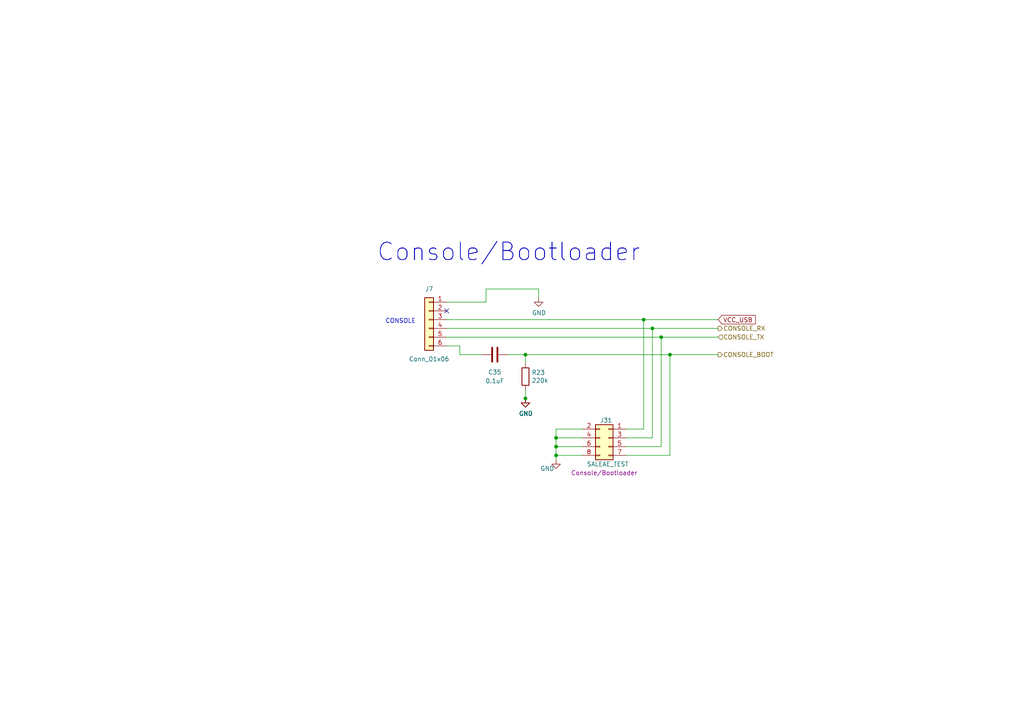
<source format=kicad_sch>
(kicad_sch (version 20211123) (generator eeschema)
  (paper "A4")
  (title_block (title "LCP Controller ") (date "2022-12-19") (rev "0.3") (company "NOAA Pacific Marine Environmental Laboratory") (comment 3 "Current design modified by: Basharat Basharat") (comment 4 "Current design by: Matt Casari") (comment 5 "Current design modified by: Basharat Martin"))
  (lib_symbols
    (symbol "Connector_Generic:Conn_01x06" (pin_names (offset 1.016) hide)
      (property "Reference" "J" (at 0 7.62 0))
      (property "Value" "Conn_01x06" (at 0 -10.16 0))
      (symbol "Conn_01x06_1_1"
        (rectangle (start -1.27 -7.493) (end 0 -7.747) (stroke (width 0.1524)))
        (rectangle (start -1.27 -4.953) (end 0 -5.207) (stroke (width 0.1524)))
        (rectangle (start -1.27 -2.413) (end 0 -2.667) (stroke (width 0.1524)))
        (rectangle (start -1.27 0.127) (end 0 -0.127) (stroke (width 0.1524)))
        (rectangle (start -1.27 2.667) (end 0 2.413) (stroke (width 0.1524)))
        (rectangle (start -1.27 5.207) (end 0 4.953) (stroke (width 0.1524)))
        (rectangle (start -1.27 6.35) (end 1.27 -8.89) (stroke (width 0.254)) (fill (type background)))
        (pin passive line (at -5.08 5.08 0) (length 3.81) (name "Pin_1") (number "1"))
        (pin passive line (at -5.08 2.54 0) (length 3.81) (name "Pin_2") (number "2"))
        (pin passive line (at -5.08 0 0) (length 3.81) (name "Pin_3") (number "3"))
        (pin passive line (at -5.08 -2.54 0) (length 3.81) (name "Pin_4") (number "4"))
        (pin passive line (at -5.08 -5.08 0) (length 3.81) (name "Pin_5") (number "5"))
        (pin passive line (at -5.08 -7.62 0) (length 3.81) (name "Pin_6") (number "6"))
      )
    )
    (symbol "Connector_Generic:Conn_02x04_Odd_Even" (pin_names (offset 1.016) hide)
      (property "Reference" "J" (at 1.27 5.08 0))
      (property "Value" "Conn_02x04_Odd_Even" (at 1.27 -7.62 0))
      (symbol "Conn_02x04_Odd_Even_1_1"
        (rectangle (start -1.27 -4.953) (end 0 -5.207) (stroke (width 0.1524)))
        (rectangle (start -1.27 -2.413) (end 0 -2.667) (stroke (width 0.1524)))
        (rectangle (start -1.27 0.127) (end 0 -0.127) (stroke (width 0.1524)))
        (rectangle (start -1.27 2.667) (end 0 2.413) (stroke (width 0.1524)))
        (rectangle (start -1.27 3.81) (end 3.81 -6.35) (stroke (width 0.254)) (fill (type background)))
        (rectangle (start 3.81 -4.953) (end 2.54 -5.207) (stroke (width 0.1524)))
        (rectangle (start 3.81 -2.413) (end 2.54 -2.667) (stroke (width 0.1524)))
        (rectangle (start 3.81 0.127) (end 2.54 -0.127) (stroke (width 0.1524)))
        (rectangle (start 3.81 2.667) (end 2.54 2.413) (stroke (width 0.1524)))
        (pin passive line (at -5.08 2.54 0) (length 3.81) (name "Pin_1") (number "1"))
        (pin passive line (at 7.62 2.54 180) (length 3.81) (name "Pin_2") (number "2"))
        (pin passive line (at -5.08 0 0) (length 3.81) (name "Pin_3") (number "3"))
        (pin passive line (at 7.62 0 180) (length 3.81) (name "Pin_4") (number "4"))
        (pin passive line (at -5.08 -2.54 0) (length 3.81) (name "Pin_5") (number "5"))
        (pin passive line (at 7.62 -2.54 180) (length 3.81) (name "Pin_6") (number "6"))
        (pin passive line (at -5.08 -5.08 0) (length 3.81) (name "Pin_7") (number "7"))
        (pin passive line (at 7.62 -5.08 180) (length 3.81) (name "Pin_8") (number "8"))
      )
    )
    (symbol "Device:C" (pin_numbers hide) (pin_names (offset 0.254))
      (property "Reference" "C" (at 0.635 2.54 0))
      (property "Value" "C" (at 0.635 -2.54 0))
      (symbol "C_0_1"
        (polyline (pts (xy -2.032 -0.762) (xy 2.032 -0.762)) (stroke (width 0.508)))
        (polyline (pts (xy -2.032 0.762) (xy 2.032 0.762)) (stroke (width 0.508)))
      )
      (symbol "C_1_1"
        (pin passive line (at 0 3.81 270) (length 2.794) (name "~") (number "1"))
        (pin passive line (at 0 -3.81 90) (length 2.794) (name "~") (number "2"))
      )
    )
    (symbol "Device:R" (pin_numbers hide) (pin_names (offset 0))
      (property "Reference" "R" (at 2.032 0 90))
      (property "Value" "R" (at 0 0 90))
      (symbol "R_0_1"
        (rectangle (start -1.016 -2.54) (end 1.016 2.54) (stroke (width 0.254)))
      )
      (symbol "R_1_1"
        (pin passive line (at 0 3.81 270) (length 1.27) (name "~") (number "1"))
        (pin passive line (at 0 -3.81 90) (length 1.27) (name "~") (number "2"))
      )
    )
    (symbol "power:GND" (power) (pin_names (offset 0))
      (property "Value" "GND" (at 0 -3.81 0))
      (symbol "GND_0_1"
        (polyline (pts (xy 0 0) (xy 0 -1.27) (xy 1.27 -1.27) (xy 0 -2.54) (xy -1.27 -1.27) (xy 0 -1.27)))
      )
      (symbol "GND_1_1"
        (pin power_in line (at 0 0 270) (length 0) hide (name "GND") (number "1"))
      )
    )
  )
  (junction (at 161.29 129.54))
  (junction (at 152.4 115.57))
  (junction (at 161.29 127))
  (junction (at 191.77 97.79))
  (junction (at 152.4 102.87))
  (junction (at 194.31 102.87))
  (junction (at 186.69 92.71))
  (junction (at 161.29 132.08))
  (junction (at 189.23 95.25))
  (no_connect (at 129.54 90.17))
  (wire (pts (xy 168.91 132.08) (xy 161.29 132.08)))
  (wire (pts (xy 161.29 124.46) (xy 168.91 124.46)))
  (wire (pts (xy 181.61 127) (xy 189.23 127)))
  (wire (pts (xy 186.69 92.71) (xy 129.54 92.71)))
  (wire (pts (xy 181.61 129.54) (xy 191.77 129.54)))
  (wire (pts (xy 161.29 129.54) (xy 161.29 132.08)))
  (wire (pts (xy 156.21 83.82) (xy 156.21 86.36)))
  (wire (pts (xy 129.54 97.79) (xy 191.77 97.79)))
  (wire (pts (xy 140.97 83.82) (xy 156.21 83.82)))
  (wire (pts (xy 168.91 127) (xy 161.29 127)))
  (wire (pts (xy 147.32 102.87) (xy 152.4 102.87)))
  (wire (pts (xy 194.31 132.08) (xy 194.31 102.87)))
  (wire (pts (xy 161.29 132.08) (xy 161.29 133.35)))
  (wire (pts (xy 181.61 132.08) (xy 194.31 132.08)))
  (wire (pts (xy 168.91 129.54) (xy 161.29 129.54)))
  (wire (pts (xy 152.4 102.87) (xy 194.31 102.87)))
  (wire (pts (xy 133.35 102.87) (xy 139.7 102.87)))
  (wire (pts (xy 208.28 92.71) (xy 186.69 92.71)))
  (wire (pts (xy 191.77 97.79) (xy 191.77 129.54)))
  (wire (pts (xy 152.4 115.57) (xy 152.4 113.03)))
  (wire (pts (xy 129.54 87.63) (xy 140.97 87.63)))
  (wire (pts (xy 189.23 95.25) (xy 189.23 127)))
  (wire (pts (xy 189.23 95.25) (xy 208.28 95.25)))
  (wire (pts (xy 161.29 127) (xy 161.29 124.46)))
  (wire (pts (xy 191.77 97.79) (xy 208.28 97.79)))
  (wire (pts (xy 129.54 100.33) (xy 133.35 100.33)))
  (wire (pts (xy 161.29 127) (xy 161.29 129.54)))
  (wire (pts (xy 194.31 102.87) (xy 208.28 102.87)))
  (wire (pts (xy 133.35 100.33) (xy 133.35 102.87)))
  (wire (pts (xy 186.69 92.71) (xy 186.69 124.46)))
  (wire (pts (xy 129.54 95.25) (xy 189.23 95.25)))
  (wire (pts (xy 140.97 87.63) (xy 140.97 83.82)))
  (wire (pts (xy 152.4 102.87) (xy 152.4 105.41)))
  (wire (pts (xy 181.61 124.46) (xy 186.69 124.46)))
  (text "Console/Bootloader" (at 109.22 76.2 0) (effects (font (size 5.08 5.08)) (justify left bottom)))
  (text "Console/Bootloader" (at 109.22 76.2 0) (effects (font (size 5.08 5.08)) (justify left bottom)))
  (text "Console/Bootloader" (at 109.22 76.2 0) (effects (font (size 5.08 5.08)) (justify left bottom)))
  (text "Console/Bootloader" (at 109.22 76.2 0) (effects (font (size 5.08 5.08)) (justify left bottom)))
  (text "CONSOLE" (at 111.76 93.98 0) (effects (font (size 1.27 1.27)) (justify left bottom)))
  (global_label "VCC_USB" (shape input) (at 208.28 92.71 0) (property "Intersheet References" "${INTERSHEET_REFS}" (effects hide)))
  (hierarchical_label "CONSOLE_TX" (shape input) (at 208.28 97.79 0))
  (hierarchical_label "CONSOLE_RX" (shape output) (at 208.28 95.25 0))
  (hierarchical_label "CONSOLE_BOOT" (shape output) (at 208.28 102.87 0))
  (symbol (lib_id "power:GND") (at 152.4 115.57 0) (unit 1)
    (property "Reference" "#PWR057" (effects hide))
    (property "Value" "GND" (at 152.527 119.9642 0))
  )
  (symbol (lib_id "Connector_Generic:Conn_02x04_Odd_Even") (at 176.53 127 0) (mirror y) (unit 1)
    (property "Reference" "J31" (at 173.99 121.92 0) (effects (justify right)))
    (property "Value" "SALEAE_TEST" (at 170.18 134.62 0) (effects (justify right)))
    (property "Footprint" "Connector_PinHeader_2.54mm:PinHeader_2x04_P2.54mm_Vertical" (effects hide))
    (property "TestPoint" "Console/Bootloader" (at 175.26 137.16 0))
    (property "MPN" "0010897080" (effects hide))
  )
  (symbol (lib_id "power:GND") (at 161.29 133.35 0) (unit 1)
    (property "Reference" "#PWR0119" (effects hide))
    (property "Value" "GND" (at 158.75 135.89 0))
  )
  (symbol (lib_id "Connector_Generic:Conn_01x06") (at 124.46 92.71 0) (mirror y) (unit 1)
    (property "Reference" "J7" (at 124.46 83.82 0))
    (property "Value" "Conn_01x06" (at 124.46 104.14 0))
    (property "Footprint" "Connector_PinHeader_2.54mm:PinHeader_1x06_P2.54mm_Vertical" (effects hide))
  )
  (symbol (lib_id "Device:C") (at 143.51 102.87 270) (mirror x) (unit 1)
    (property "Reference" "C35" (at 143.51 107.95 90))
    (property "Value" "0.1uF" (at 143.51 110.49 90))
    (property "Footprint" "Capacitor_SMD:C_0805_2012Metric" (effects hide))
    (property "MPN" "885012207016" (effects hide))
  )
  (symbol (lib_id "Device:R") (at 152.4 109.22 0) (unit 1)
    (property "Reference" "R23" (at 154.178 108.0516 0) (effects (justify left)))
    (property "Value" "220k" (at 154.178 110.363 0) (effects (justify left)))
    (property "Footprint" "Resistor_SMD:R_0805_2012Metric" (effects hide))
    (property "MPN" "CRG0805F220K" (effects hide))
  )
  (symbol (lib_id "power:GND") (at 152.4 115.57 0) (unit 1)
    (property "Reference" "#PWR058" (effects hide))
    (property "Value" "GND" (at 152.527 119.9642 0))
  )
  (symbol (lib_id "power:GND") (at 152.4 115.57 0) (unit 1)
    (property "Reference" "#PWR059" (effects hide))
    (property "Value" "GND" (at 152.527 119.9642 0))
  )
  (symbol (lib_id "power:GND") (at 152.4 115.57 0) (unit 1)
    (property "Reference" "#PWR060" (effects hide))
    (property "Value" "GND" (at 152.527 119.9642 0))
  )
  (symbol (lib_id "power:GND") (at 156.21 86.36 0) (unit 1)
    (property "Reference" "#PWR061" (effects hide))
    (property "Value" "GND" (at 156.337 90.7542 0))
  )
)
</source>
